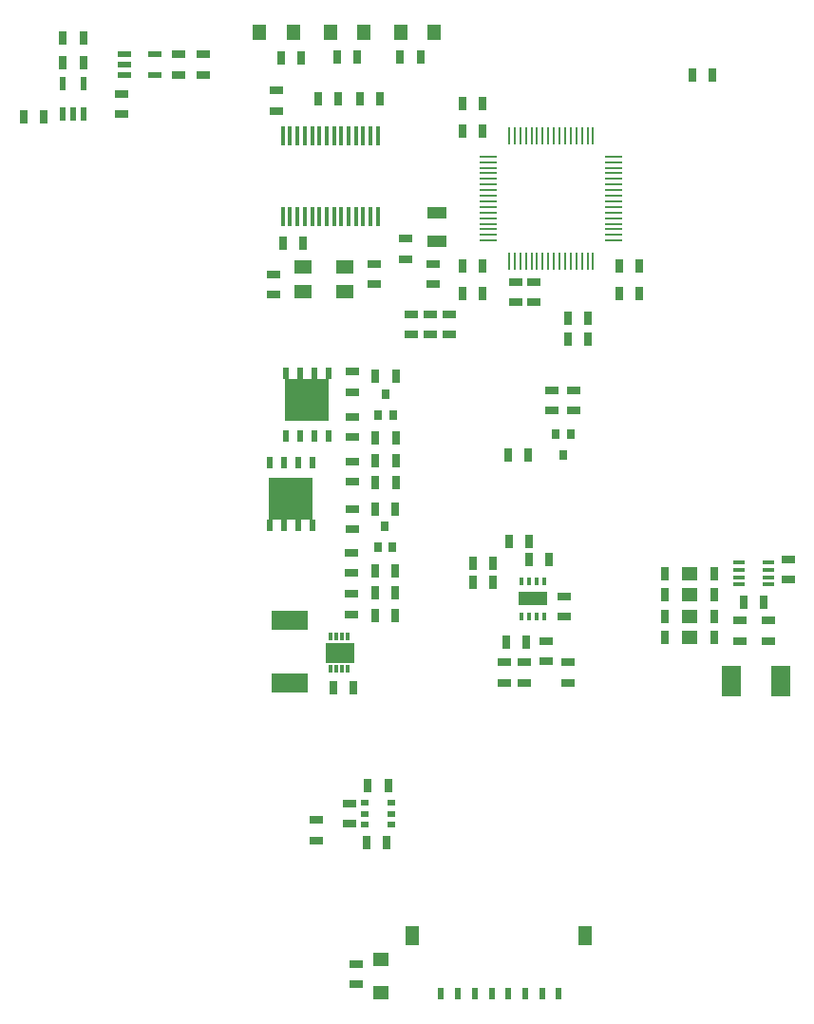
<source format=gtp>
G75*
%MOIN*%
%OFA0B0*%
%FSLAX25Y25*%
%IPPOS*%
%LPD*%
%AMOC8*
5,1,8,0,0,1.08239X$1,22.5*
%
%ADD10R,0.03150X0.04724*%
%ADD11R,0.01200X0.03100*%
%ADD12C,0.00100*%
%ADD13R,0.04724X0.02362*%
%ADD14R,0.04724X0.03150*%
%ADD15R,0.02362X0.04724*%
%ADD16R,0.12598X0.07087*%
%ADD17R,0.03937X0.01772*%
%ADD18R,0.01575X0.02756*%
%ADD19R,0.10000X0.05000*%
%ADD20R,0.02756X0.03543*%
%ADD21R,0.07087X0.10630*%
%ADD22R,0.02402X0.04016*%
%ADD23R,0.15394X0.15000*%
%ADD24R,0.00984X0.06102*%
%ADD25R,0.06102X0.00984*%
%ADD26R,0.01575X0.06890*%
%ADD27R,0.07087X0.03937*%
%ADD28R,0.06299X0.04921*%
%ADD29R,0.03937X0.00984*%
%ADD30R,0.00984X0.03937*%
%ADD31R,0.02756X0.02000*%
%ADD32R,0.02362X0.03937*%
%ADD33R,0.04921X0.07087*%
%ADD34R,0.04724X0.05512*%
%ADD35R,0.05512X0.04724*%
D10*
X0142896Y0114117D03*
X0149983Y0114117D03*
X0157502Y0139589D03*
X0164589Y0139589D03*
X0164589Y0147463D03*
X0157502Y0147463D03*
X0157502Y0155337D03*
X0164589Y0155337D03*
X0164589Y0176991D03*
X0157502Y0176991D03*
X0157699Y0186046D03*
X0164786Y0186046D03*
X0164786Y0193920D03*
X0157699Y0193920D03*
X0157699Y0201794D03*
X0164786Y0201794D03*
X0164786Y0223447D03*
X0157699Y0223447D03*
X0188290Y0252384D03*
X0195376Y0252384D03*
X0195376Y0262227D03*
X0188290Y0262227D03*
X0225219Y0243920D03*
X0232306Y0243920D03*
X0232306Y0236636D03*
X0225219Y0236636D03*
X0243250Y0252384D03*
X0250337Y0252384D03*
X0250337Y0262227D03*
X0243250Y0262227D03*
X0195376Y0309471D03*
X0188290Y0309471D03*
X0188290Y0319313D03*
X0195376Y0319313D03*
X0173447Y0335455D03*
X0166361Y0335455D03*
X0151400Y0335455D03*
X0144313Y0335455D03*
X0131518Y0335061D03*
X0124431Y0335061D03*
X0137601Y0320790D03*
X0144687Y0320790D03*
X0152207Y0320790D03*
X0159294Y0320790D03*
X0132286Y0270199D03*
X0125199Y0270199D03*
X0055130Y0333369D03*
X0048044Y0333369D03*
X0048044Y0342119D03*
X0055130Y0342119D03*
X0041380Y0314619D03*
X0034294Y0314619D03*
X0191951Y0157699D03*
X0191951Y0151203D03*
X0199038Y0151203D03*
X0199038Y0157699D03*
X0204550Y0165573D03*
X0211636Y0165573D03*
X0211636Y0159077D03*
X0218723Y0159077D03*
X0210652Y0130337D03*
X0203565Y0130337D03*
X0162148Y0079983D03*
X0155061Y0079983D03*
X0154561Y0059983D03*
X0161648Y0059983D03*
X0259412Y0131695D03*
X0266498Y0131695D03*
X0269412Y0131695D03*
X0276498Y0131695D03*
X0276498Y0139195D03*
X0269412Y0139195D03*
X0266498Y0139195D03*
X0259412Y0139195D03*
X0259412Y0146695D03*
X0266498Y0146695D03*
X0269412Y0146695D03*
X0276498Y0146695D03*
X0276498Y0154195D03*
X0269412Y0154195D03*
X0266498Y0154195D03*
X0259412Y0154195D03*
X0286912Y0144195D03*
X0293998Y0144195D03*
X0211243Y0195888D03*
X0204156Y0195888D03*
X0268802Y0329195D03*
X0275888Y0329195D03*
D11*
X0147975Y0132268D03*
X0146006Y0132268D03*
X0144038Y0132268D03*
X0142069Y0132268D03*
X0142069Y0120768D03*
X0144038Y0120768D03*
X0146006Y0120768D03*
X0147975Y0120768D03*
D12*
X0149922Y0123068D02*
X0149922Y0129968D01*
X0140122Y0129968D01*
X0140122Y0123068D01*
X0149922Y0123068D01*
X0149922Y0123104D02*
X0140122Y0123104D01*
X0140122Y0123202D02*
X0149922Y0123202D01*
X0149922Y0123301D02*
X0140122Y0123301D01*
X0140122Y0123399D02*
X0149922Y0123399D01*
X0149922Y0123498D02*
X0140122Y0123498D01*
X0140122Y0123596D02*
X0149922Y0123596D01*
X0149922Y0123695D02*
X0140122Y0123695D01*
X0140122Y0123793D02*
X0149922Y0123793D01*
X0149922Y0123892D02*
X0140122Y0123892D01*
X0140122Y0123990D02*
X0149922Y0123990D01*
X0149922Y0124089D02*
X0140122Y0124089D01*
X0140122Y0124187D02*
X0149922Y0124187D01*
X0149922Y0124286D02*
X0140122Y0124286D01*
X0140122Y0124384D02*
X0149922Y0124384D01*
X0149922Y0124483D02*
X0140122Y0124483D01*
X0140122Y0124581D02*
X0149922Y0124581D01*
X0149922Y0124680D02*
X0140122Y0124680D01*
X0140122Y0124778D02*
X0149922Y0124778D01*
X0149922Y0124877D02*
X0140122Y0124877D01*
X0140122Y0124975D02*
X0149922Y0124975D01*
X0149922Y0125074D02*
X0140122Y0125074D01*
X0140122Y0125172D02*
X0149922Y0125172D01*
X0149922Y0125271D02*
X0140122Y0125271D01*
X0140122Y0125369D02*
X0149922Y0125369D01*
X0149922Y0125468D02*
X0140122Y0125468D01*
X0140122Y0125566D02*
X0149922Y0125566D01*
X0149922Y0125665D02*
X0140122Y0125665D01*
X0140122Y0125763D02*
X0149922Y0125763D01*
X0149922Y0125862D02*
X0140122Y0125862D01*
X0140122Y0125960D02*
X0149922Y0125960D01*
X0149922Y0126059D02*
X0140122Y0126059D01*
X0140122Y0126158D02*
X0149922Y0126158D01*
X0149922Y0126256D02*
X0140122Y0126256D01*
X0140122Y0126355D02*
X0149922Y0126355D01*
X0149922Y0126453D02*
X0140122Y0126453D01*
X0140122Y0126552D02*
X0149922Y0126552D01*
X0149922Y0126650D02*
X0140122Y0126650D01*
X0140122Y0126749D02*
X0149922Y0126749D01*
X0149922Y0126847D02*
X0140122Y0126847D01*
X0140122Y0126946D02*
X0149922Y0126946D01*
X0149922Y0127044D02*
X0140122Y0127044D01*
X0140122Y0127143D02*
X0149922Y0127143D01*
X0149922Y0127241D02*
X0140122Y0127241D01*
X0140122Y0127340D02*
X0149922Y0127340D01*
X0149922Y0127438D02*
X0140122Y0127438D01*
X0140122Y0127537D02*
X0149922Y0127537D01*
X0149922Y0127635D02*
X0140122Y0127635D01*
X0140122Y0127734D02*
X0149922Y0127734D01*
X0149922Y0127832D02*
X0140122Y0127832D01*
X0140122Y0127931D02*
X0149922Y0127931D01*
X0149922Y0128029D02*
X0140122Y0128029D01*
X0140122Y0128128D02*
X0149922Y0128128D01*
X0149922Y0128226D02*
X0140122Y0128226D01*
X0140122Y0128325D02*
X0149922Y0128325D01*
X0149922Y0128423D02*
X0140122Y0128423D01*
X0140122Y0128522D02*
X0149922Y0128522D01*
X0149922Y0128620D02*
X0140122Y0128620D01*
X0140122Y0128719D02*
X0149922Y0128719D01*
X0149922Y0128817D02*
X0140122Y0128817D01*
X0140122Y0128916D02*
X0149922Y0128916D01*
X0149922Y0129014D02*
X0140122Y0129014D01*
X0140122Y0129113D02*
X0149922Y0129113D01*
X0149922Y0129211D02*
X0140122Y0129211D01*
X0140122Y0129310D02*
X0149922Y0129310D01*
X0149922Y0129408D02*
X0140122Y0129408D01*
X0140122Y0129507D02*
X0149922Y0129507D01*
X0149922Y0129605D02*
X0140122Y0129605D01*
X0140122Y0129704D02*
X0149922Y0129704D01*
X0149922Y0129802D02*
X0140122Y0129802D01*
X0140122Y0129901D02*
X0149922Y0129901D01*
D13*
X0080120Y0329146D03*
X0080120Y0336626D03*
X0069491Y0336626D03*
X0069491Y0332886D03*
X0069491Y0329146D03*
D14*
X0068556Y0322680D03*
X0068556Y0315593D03*
X0088556Y0329343D03*
X0088556Y0336430D03*
X0097306Y0336430D03*
X0097306Y0329343D03*
X0122857Y0323762D03*
X0122857Y0316676D03*
X0168132Y0271754D03*
X0168132Y0264668D03*
X0177975Y0262896D03*
X0177975Y0255809D03*
X0176794Y0245298D03*
X0183487Y0245298D03*
X0183487Y0238211D03*
X0176794Y0238211D03*
X0170101Y0238211D03*
X0170101Y0245298D03*
X0157306Y0255809D03*
X0157306Y0262896D03*
X0121872Y0259294D03*
X0121872Y0252207D03*
X0149431Y0225022D03*
X0149431Y0217935D03*
X0149431Y0209274D03*
X0149431Y0202187D03*
X0149431Y0193526D03*
X0149431Y0186439D03*
X0149431Y0176794D03*
X0149431Y0169707D03*
X0149235Y0161636D03*
X0149235Y0154550D03*
X0149235Y0147069D03*
X0149235Y0139983D03*
X0202975Y0123054D03*
X0202975Y0115967D03*
X0210061Y0115967D03*
X0210061Y0123054D03*
X0217739Y0123447D03*
X0217739Y0130534D03*
X0223841Y0139195D03*
X0223841Y0146282D03*
X0225219Y0123054D03*
X0225219Y0115967D03*
X0285455Y0130652D03*
X0285455Y0137739D03*
X0295455Y0137739D03*
X0295455Y0130652D03*
X0302455Y0152152D03*
X0302455Y0159239D03*
X0227187Y0211439D03*
X0227187Y0218526D03*
X0219707Y0218526D03*
X0219707Y0211439D03*
X0213211Y0249431D03*
X0206912Y0249431D03*
X0206912Y0256518D03*
X0213211Y0256518D03*
X0148605Y0073526D03*
X0148605Y0066439D03*
X0136912Y0067699D03*
X0136912Y0060613D03*
X0150888Y0017109D03*
X0150888Y0010022D03*
D15*
X0055327Y0315554D03*
X0051587Y0315554D03*
X0047847Y0315554D03*
X0047847Y0326183D03*
X0055327Y0326183D03*
D16*
X0127542Y0115928D03*
X0127542Y0137975D03*
D17*
X0285337Y0150357D03*
X0285337Y0152916D03*
X0285337Y0155475D03*
X0285337Y0158034D03*
X0295573Y0158034D03*
X0295573Y0155475D03*
X0295573Y0152916D03*
X0295573Y0150357D03*
D18*
X0216754Y0151597D03*
X0214195Y0151597D03*
X0211636Y0151597D03*
X0209077Y0151597D03*
X0209077Y0139195D03*
X0211636Y0139195D03*
X0214195Y0139195D03*
X0216754Y0139195D03*
D19*
X0213014Y0145494D03*
D20*
X0223526Y0195849D03*
X0220967Y0203329D03*
X0226085Y0203329D03*
X0163802Y0209865D03*
X0158683Y0209865D03*
X0161243Y0217345D03*
X0161046Y0170888D03*
X0163605Y0163408D03*
X0158487Y0163408D03*
D21*
X0282502Y0116361D03*
X0299825Y0116361D03*
D22*
X0141183Y0202601D03*
X0136183Y0202601D03*
X0131183Y0202601D03*
X0126183Y0202601D03*
X0125475Y0193309D03*
X0120475Y0193309D03*
X0130475Y0193309D03*
X0135475Y0193309D03*
X0135475Y0171302D03*
X0130475Y0171302D03*
X0125475Y0171302D03*
X0120475Y0171302D03*
X0126183Y0224609D03*
X0131183Y0224609D03*
X0136183Y0224609D03*
X0141183Y0224609D03*
D23*
X0133683Y0215337D03*
X0127975Y0180573D03*
D24*
X0204550Y0263802D03*
X0206518Y0263802D03*
X0208487Y0263802D03*
X0210455Y0263802D03*
X0212424Y0263802D03*
X0214392Y0263802D03*
X0216361Y0263802D03*
X0218329Y0263802D03*
X0220298Y0263802D03*
X0222266Y0263802D03*
X0224235Y0263802D03*
X0226203Y0263802D03*
X0228172Y0263802D03*
X0230140Y0263802D03*
X0232109Y0263802D03*
X0234077Y0263802D03*
X0234077Y0307896D03*
X0232109Y0307896D03*
X0230140Y0307896D03*
X0228172Y0307896D03*
X0226203Y0307896D03*
X0224235Y0307896D03*
X0222266Y0307896D03*
X0220298Y0307896D03*
X0218329Y0307896D03*
X0216361Y0307896D03*
X0214392Y0307896D03*
X0212424Y0307896D03*
X0210455Y0307896D03*
X0208487Y0307896D03*
X0206518Y0307896D03*
X0204550Y0307896D03*
D25*
X0197266Y0300613D03*
X0197266Y0298644D03*
X0197266Y0296676D03*
X0197266Y0294707D03*
X0197266Y0292739D03*
X0197266Y0290770D03*
X0197266Y0288802D03*
X0197266Y0286833D03*
X0197266Y0284865D03*
X0197266Y0282896D03*
X0197266Y0280928D03*
X0197266Y0278959D03*
X0197266Y0276991D03*
X0197266Y0275022D03*
X0197266Y0273054D03*
X0197266Y0271085D03*
X0241361Y0271085D03*
X0241361Y0273054D03*
X0241361Y0275022D03*
X0241361Y0276991D03*
X0241361Y0278959D03*
X0241361Y0280928D03*
X0241361Y0282896D03*
X0241361Y0284865D03*
X0241361Y0286833D03*
X0241361Y0288802D03*
X0241361Y0290770D03*
X0241361Y0292739D03*
X0241361Y0294707D03*
X0241361Y0296676D03*
X0241361Y0298644D03*
X0241361Y0300613D03*
D26*
X0158447Y0307896D03*
X0155888Y0307896D03*
X0153329Y0307896D03*
X0150770Y0307896D03*
X0148211Y0307896D03*
X0145652Y0307896D03*
X0143093Y0307896D03*
X0140534Y0307896D03*
X0137975Y0307896D03*
X0135416Y0307896D03*
X0132857Y0307896D03*
X0130298Y0307896D03*
X0127739Y0307896D03*
X0125180Y0307896D03*
X0125180Y0279550D03*
X0127739Y0279550D03*
X0130298Y0279550D03*
X0132857Y0279550D03*
X0135416Y0279550D03*
X0137975Y0279550D03*
X0140534Y0279550D03*
X0143093Y0279550D03*
X0145652Y0279550D03*
X0148211Y0279550D03*
X0150770Y0279550D03*
X0153329Y0279550D03*
X0155888Y0279550D03*
X0158447Y0279550D03*
D27*
X0179313Y0280770D03*
X0179313Y0270928D03*
D28*
X0146951Y0261715D03*
X0146951Y0253054D03*
X0132384Y0253054D03*
X0132384Y0261715D03*
D29*
X0122857Y0315967D03*
D30*
X0145002Y0320790D03*
X0196146Y0319318D03*
X0132601Y0270199D03*
X0196069Y0252454D03*
X0242787Y0252254D03*
D31*
X0163180Y0073920D03*
X0163180Y0069983D03*
X0163180Y0066046D03*
X0154030Y0066046D03*
X0154030Y0069983D03*
X0154030Y0073920D03*
D32*
X0180731Y0006715D03*
X0186636Y0006715D03*
X0192542Y0006715D03*
X0198447Y0006715D03*
X0204353Y0006715D03*
X0210258Y0006715D03*
X0216164Y0006715D03*
X0222069Y0006715D03*
D33*
X0231144Y0027187D03*
X0170475Y0027187D03*
D34*
X0166557Y0344313D03*
X0178369Y0344313D03*
X0153565Y0344313D03*
X0141754Y0344313D03*
X0128762Y0344313D03*
X0116951Y0344313D03*
D35*
X0159628Y0018920D03*
X0159628Y0007109D03*
M02*

</source>
